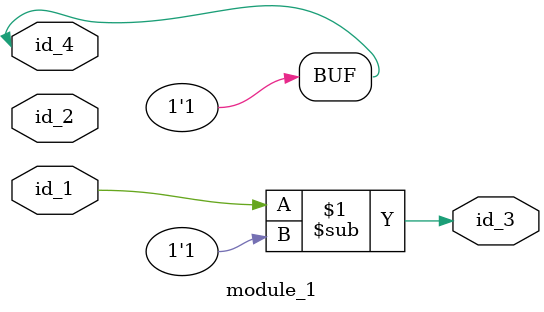
<source format=v>
module module_0 (
    id_1,
    id_2,
    id_3,
    id_4,
    id_5,
    id_6,
    id_7,
    id_8
);
  input wire id_8;
  input wire id_7;
  input wire id_6;
  inout wire id_5;
  inout wire id_4;
  output wire id_3;
  input wire id_2;
  input wire id_1;
  wire id_9;
  assign module_1.id_3 = 0;
endmodule
module module_1 (
    id_1,
    id_2,
    id_3,
    id_4
);
  inout wire id_4;
  output wire id_3;
  inout wire id_2;
  inout wire id_1;
  assign id_3 = id_1 - id_4;
  assign id_4 = 1;
  module_0 modCall_1 (
      id_4,
      id_1,
      id_4,
      id_4,
      id_4,
      id_4,
      id_2,
      id_2
  );
endmodule

</source>
